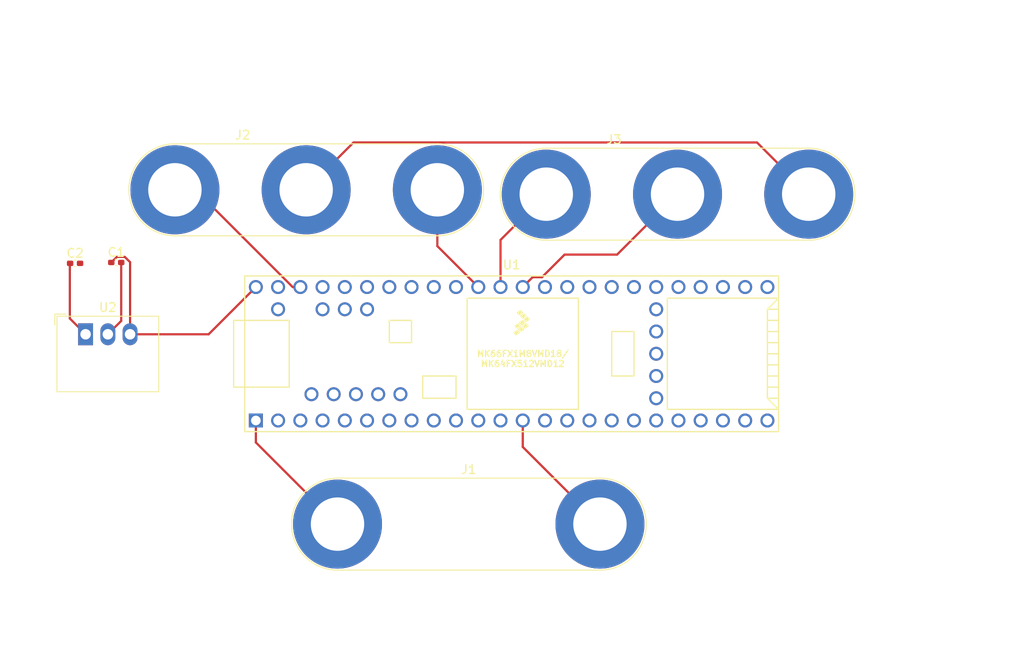
<source format=kicad_pcb>
(kicad_pcb (version 20171130) (host pcbnew "(5.1.9)-1")

  (general
    (thickness 1.6)
    (drawings 5)
    (tracks 33)
    (zones 0)
    (modules 7)
    (nets 47)
  )

  (page A4)
  (layers
    (0 F.Cu signal)
    (31 B.Cu signal)
    (32 B.Adhes user)
    (33 F.Adhes user)
    (34 B.Paste user)
    (35 F.Paste user)
    (36 B.SilkS user)
    (37 F.SilkS user)
    (38 B.Mask user)
    (39 F.Mask user)
    (40 Dwgs.User user)
    (41 Cmts.User user)
    (42 Eco1.User user)
    (43 Eco2.User user)
    (44 Edge.Cuts user)
    (45 Margin user)
    (46 B.CrtYd user)
    (47 F.CrtYd user)
    (48 B.Fab user)
    (49 F.Fab user)
  )

  (setup
    (last_trace_width 0.25)
    (trace_clearance 0.2)
    (zone_clearance 0.508)
    (zone_45_only no)
    (trace_min 0.2)
    (via_size 0.8)
    (via_drill 0.4)
    (via_min_size 0.4)
    (via_min_drill 0.3)
    (uvia_size 0.3)
    (uvia_drill 0.1)
    (uvias_allowed no)
    (uvia_min_size 0.2)
    (uvia_min_drill 0.1)
    (edge_width 0.05)
    (segment_width 0.2)
    (pcb_text_width 0.3)
    (pcb_text_size 1.5 1.5)
    (mod_edge_width 0.12)
    (mod_text_size 1 1)
    (mod_text_width 0.15)
    (pad_size 1.524 1.524)
    (pad_drill 0.762)
    (pad_to_mask_clearance 0)
    (aux_axis_origin 0 0)
    (visible_elements FFFFFF7F)
    (pcbplotparams
      (layerselection 0x010fc_ffffffff)
      (usegerberextensions false)
      (usegerberattributes true)
      (usegerberadvancedattributes true)
      (creategerberjobfile true)
      (excludeedgelayer true)
      (linewidth 0.100000)
      (plotframeref false)
      (viasonmask false)
      (mode 1)
      (useauxorigin false)
      (hpglpennumber 1)
      (hpglpenspeed 20)
      (hpglpendiameter 15.000000)
      (psnegative false)
      (psa4output false)
      (plotreference true)
      (plotvalue true)
      (plotinvisibletext false)
      (padsonsilk false)
      (subtractmaskfromsilk false)
      (outputformat 1)
      (mirror false)
      (drillshape 1)
      (scaleselection 1)
      (outputdirectory ""))
  )

  (net 0 "")
  (net 1 GND)
  (net 2 "Net-(C1-Pad1)")
  (net 3 +9V)
  (net 4 "Net-(J1-Pad2)")
  (net 5 "Net-(J1-Pad1)")
  (net 6 "Net-(J2-Pad2)")
  (net 7 "Net-(J2-Pad3)")
  (net 8 "Net-(J2-Pad1)")
  (net 9 "Net-(J3-Pad2)")
  (net 10 "Net-(J3-Pad1)")
  (net 11 "Net-(U1-Pad39)")
  (net 12 "Net-(U1-Pad38)")
  (net 13 "Net-(U1-Pad2)")
  (net 14 "Net-(U1-Pad3)")
  (net 15 "Net-(U1-Pad4)")
  (net 16 "Net-(U1-Pad5)")
  (net 17 "Net-(U1-Pad6)")
  (net 18 "Net-(U1-Pad9)")
  (net 19 "Net-(U1-Pad10)")
  (net 20 "Net-(U1-Pad11)")
  (net 21 "Net-(U1-Pad12)")
  (net 22 "Net-(U1-Pad37)")
  (net 23 "Net-(U1-Pad36)")
  (net 24 "Net-(U1-Pad35)")
  (net 25 "Net-(U1-Pad34)")
  (net 26 "Net-(U1-Pad33)")
  (net 27 "Net-(U1-Pad32)")
  (net 28 "Net-(U1-Pad31)")
  (net 29 "Net-(U1-Pad30)")
  (net 30 "Net-(U1-Pad29)")
  (net 31 "Net-(U1-Pad28)")
  (net 32 "Net-(U1-Pad27)")
  (net 33 "Net-(U1-Pad26)")
  (net 34 "Net-(U1-Pad25)")
  (net 35 "Net-(U1-Pad24)")
  (net 36 "Net-(U1-Pad23)")
  (net 37 "Net-(U1-Pad22)")
  (net 38 "Net-(U1-Pad21)")
  (net 39 "Net-(U1-Pad20)")
  (net 40 "Net-(U1-Pad19)")
  (net 41 "Net-(U1-Pad18)")
  (net 42 "Net-(U1-Pad17)")
  (net 43 "Net-(U1-Pad7)")
  (net 44 "Net-(U1-Pad8)")
  (net 45 "Net-(U1-Pad52)")
  (net 46 "Net-(U1-Pad40)")

  (net_class Default "This is the default net class."
    (clearance 0.2)
    (trace_width 0.25)
    (via_dia 0.8)
    (via_drill 0.4)
    (uvia_dia 0.3)
    (uvia_drill 0.1)
    (add_net +9V)
    (add_net GND)
    (add_net "Net-(C1-Pad1)")
    (add_net "Net-(J1-Pad1)")
    (add_net "Net-(J1-Pad2)")
    (add_net "Net-(J2-Pad1)")
    (add_net "Net-(J2-Pad2)")
    (add_net "Net-(J2-Pad3)")
    (add_net "Net-(J3-Pad1)")
    (add_net "Net-(J3-Pad2)")
    (add_net "Net-(U1-Pad10)")
    (add_net "Net-(U1-Pad11)")
    (add_net "Net-(U1-Pad12)")
    (add_net "Net-(U1-Pad17)")
    (add_net "Net-(U1-Pad18)")
    (add_net "Net-(U1-Pad19)")
    (add_net "Net-(U1-Pad2)")
    (add_net "Net-(U1-Pad20)")
    (add_net "Net-(U1-Pad21)")
    (add_net "Net-(U1-Pad22)")
    (add_net "Net-(U1-Pad23)")
    (add_net "Net-(U1-Pad24)")
    (add_net "Net-(U1-Pad25)")
    (add_net "Net-(U1-Pad26)")
    (add_net "Net-(U1-Pad27)")
    (add_net "Net-(U1-Pad28)")
    (add_net "Net-(U1-Pad29)")
    (add_net "Net-(U1-Pad3)")
    (add_net "Net-(U1-Pad30)")
    (add_net "Net-(U1-Pad31)")
    (add_net "Net-(U1-Pad32)")
    (add_net "Net-(U1-Pad33)")
    (add_net "Net-(U1-Pad34)")
    (add_net "Net-(U1-Pad35)")
    (add_net "Net-(U1-Pad36)")
    (add_net "Net-(U1-Pad37)")
    (add_net "Net-(U1-Pad38)")
    (add_net "Net-(U1-Pad39)")
    (add_net "Net-(U1-Pad4)")
    (add_net "Net-(U1-Pad40)")
    (add_net "Net-(U1-Pad5)")
    (add_net "Net-(U1-Pad52)")
    (add_net "Net-(U1-Pad6)")
    (add_net "Net-(U1-Pad7)")
    (add_net "Net-(U1-Pad8)")
    (add_net "Net-(U1-Pad9)")
  )

  (module Connector:Banana_Jack_2Pin (layer F.Cu) (tedit 5A1AB217) (tstamp 60BAF428)
    (at 124.97 102.08)
    (descr "Dual banana socket, footprint - 2 x 6mm drills")
    (tags "banana socket")
    (path /60BB4132)
    (fp_text reference J1 (at 14.985 -6.24) (layer F.SilkS)
      (effects (font (size 1 1) (thickness 0.15)))
    )
    (fp_text value "Input Connector" (at 14.985 6.29) (layer F.Fab)
      (effects (font (size 1 1) (thickness 0.15)))
    )
    (fp_arc (start 0 0) (end 0 5.25) (angle 180) (layer F.SilkS) (width 0.12))
    (fp_arc (start 30 0) (end 30 -5.25) (angle 180) (layer F.SilkS) (width 0.12))
    (fp_arc (start 30 0) (end 30 -5.5) (angle 180) (layer F.CrtYd) (width 0.05))
    (fp_arc (start 0 0) (end 0 5.5) (angle 180) (layer F.CrtYd) (width 0.05))
    (fp_text user %R (at 14.985 0) (layer F.Fab)
      (effects (font (size 1 1) (thickness 0.15)))
    )
    (fp_line (start 30 -5.5) (end 0 -5.5) (layer F.CrtYd) (width 0.05))
    (fp_line (start 0 5.5) (end 30 5.5) (layer F.CrtYd) (width 0.05))
    (fp_line (start 0 5.25) (end 30 5.25) (layer F.SilkS) (width 0.12))
    (fp_line (start 30 -5.25) (end 0 -5.25) (layer F.SilkS) (width 0.12))
    (fp_circle (center 30 0) (end 32 0) (layer F.Fab) (width 0.1))
    (fp_circle (center 0 0) (end 2 0) (layer F.Fab) (width 0.1))
    (fp_circle (center 0 0) (end 4.75 0) (layer F.Fab) (width 0.1))
    (fp_circle (center 30 0) (end 34.75 0) (layer F.Fab) (width 0.1))
    (pad 2 thru_hole circle (at 29.97 0) (size 10.16 10.16) (drill 6.1) (layers *.Cu *.Mask)
      (net 4 "Net-(J1-Pad2)"))
    (pad 1 thru_hole circle (at 0 0) (size 10.16 10.16) (drill 6.1) (layers *.Cu *.Mask)
      (net 5 "Net-(J1-Pad1)"))
    (model ${KISYS3DMOD}/Connector.3dshapes/Banana_Jack_2Pin.wrl
      (offset (xyz 14.98599977493286 0 0))
      (scale (xyz 2 2 2))
      (rotate (xyz 0 0 0))
    )
  )

  (module Converter_DCDC:Converter_DCDC_RECOM_R-78B-2.0_THT (layer F.Cu) (tedit 5B741BB0) (tstamp 60BAF4E0)
    (at 96.2 80.4)
    (descr "DCDC-Converter, RECOM, RECOM_R-78B-2.0, SIP-3, pitch 2.54mm, package size 11.5x8.5x17.5mm^3, https://www.recom-power.com/pdf/Innoline/R-78Bxx-2.0.pdf")
    (tags "dc-dc recom buck sip-3 pitch 2.54mm")
    (path /609C56B8)
    (fp_text reference U2 (at 2.54 -3.06) (layer F.SilkS)
      (effects (font (size 1 1) (thickness 0.15)))
    )
    (fp_text value R-78B5.0-2.0 (at 2.54 7.5) (layer F.Fab)
      (effects (font (size 1 1) (thickness 0.15)))
    )
    (fp_text user %R (at 2.54 2.25) (layer F.Fab)
      (effects (font (size 1 1) (thickness 0.15)))
    )
    (fp_line (start -2.21 -2) (end 8.29 -2) (layer F.Fab) (width 0.1))
    (fp_line (start 8.29 -2) (end 8.29 6.5) (layer F.Fab) (width 0.1))
    (fp_line (start 8.29 6.5) (end -3.21 6.5) (layer F.Fab) (width 0.1))
    (fp_line (start -3.21 6.5) (end -3.21 -1) (layer F.Fab) (width 0.1))
    (fp_line (start -3.21 -1) (end -2.21 -2) (layer F.Fab) (width 0.1))
    (fp_line (start -3.27 -2.06) (end 8.35 -2.06) (layer F.SilkS) (width 0.12))
    (fp_line (start -3.27 6.56) (end 8.35 6.56) (layer F.SilkS) (width 0.12))
    (fp_line (start -3.27 -2.06) (end -3.27 6.56) (layer F.SilkS) (width 0.12))
    (fp_line (start 8.35 -2.06) (end 8.35 6.56) (layer F.SilkS) (width 0.12))
    (fp_line (start -3.51 -1.06) (end -3.51 -2.3) (layer F.SilkS) (width 0.12))
    (fp_line (start -3.51 -2.3) (end -2.27 -2.3) (layer F.SilkS) (width 0.12))
    (fp_line (start -3.46 -2.25) (end -3.46 6.75) (layer F.CrtYd) (width 0.05))
    (fp_line (start -3.46 6.75) (end 8.54 6.75) (layer F.CrtYd) (width 0.05))
    (fp_line (start 8.54 6.75) (end 8.54 -2.25) (layer F.CrtYd) (width 0.05))
    (fp_line (start 8.54 -2.25) (end -3.46 -2.25) (layer F.CrtYd) (width 0.05))
    (pad 3 thru_hole oval (at 5.08 0) (size 1.7 2.5) (drill 1.2) (layers *.Cu *.Mask)
      (net 2 "Net-(C1-Pad1)"))
    (pad 2 thru_hole oval (at 2.54 0) (size 1.7 2.5) (drill 1.2) (layers *.Cu *.Mask)
      (net 1 GND))
    (pad 1 thru_hole rect (at 0 0) (size 1.7 2.5) (drill 1.2) (layers *.Cu *.Mask)
      (net 3 +9V))
    (model ${KISYS3DMOD}/Converter_DCDC.3dshapes/Converter_DCDC_RECOM_R-78B-2.0_THT.wrl
      (at (xyz 0 0 0))
      (scale (xyz 1 1 1))
      (rotate (xyz 0 0 0))
    )
  )

  (module CAD1:Teensy35_36 (layer F.Cu) (tedit 60BA97F9) (tstamp 60BAF4C9)
    (at 144.855001 82.625001)
    (path /609AEE38)
    (fp_text reference U1 (at 0 -10.16) (layer F.SilkS)
      (effects (font (size 1 1) (thickness 0.15)))
    )
    (fp_text value Teensy (at 0 10.16) (layer F.Fab)
      (effects (font (size 1 1) (thickness 0.15)))
    )
    (fp_text user MK64FX512VMD12 (at 1.27 1.143) (layer F.SilkS)
      (effects (font (size 0.7 0.7) (thickness 0.15)))
    )
    (fp_text user MK66FX1MBVMD18/ (at 1.27 0) (layer F.SilkS)
      (effects (font (size 0.7 0.7) (thickness 0.15)))
    )
    (fp_line (start -13.97 -3.81) (end -13.97 -1.27) (layer F.SilkS) (width 0.15))
    (fp_line (start -13.97 -1.27) (end -11.43 -1.27) (layer F.SilkS) (width 0.15))
    (fp_line (start -11.43 -1.27) (end -11.43 -3.81) (layer F.SilkS) (width 0.15))
    (fp_line (start -11.43 -3.81) (end -13.97 -3.81) (layer F.SilkS) (width 0.15))
    (fp_line (start -6.35 5.08) (end -10.16 5.08) (layer F.SilkS) (width 0.15))
    (fp_line (start -10.16 5.08) (end -10.16 2.54) (layer F.SilkS) (width 0.15))
    (fp_line (start -10.16 2.54) (end -6.35 2.54) (layer F.SilkS) (width 0.15))
    (fp_line (start -6.35 2.54) (end -6.35 5.08) (layer F.SilkS) (width 0.15))
    (fp_line (start 7.62 6.35) (end 7.62 -6.35) (layer F.SilkS) (width 0.15))
    (fp_line (start -5.08 -6.35) (end -5.08 6.35) (layer F.SilkS) (width 0.15))
    (fp_line (start -5.08 6.35) (end 7.62 6.35) (layer F.SilkS) (width 0.15))
    (fp_line (start -5.08 -6.35) (end 7.62 -6.35) (layer F.SilkS) (width 0.15))
    (fp_line (start 29.21 5.08) (end 30.48 5.08) (layer F.SilkS) (width 0.15))
    (fp_line (start 29.21 3.81) (end 30.48 3.81) (layer F.SilkS) (width 0.15))
    (fp_line (start 29.21 2.54) (end 30.48 2.54) (layer F.SilkS) (width 0.15))
    (fp_line (start 29.21 1.27) (end 30.48 1.27) (layer F.SilkS) (width 0.15))
    (fp_line (start 29.21 0) (end 30.48 0) (layer F.SilkS) (width 0.15))
    (fp_line (start 29.21 -1.27) (end 30.48 -1.27) (layer F.SilkS) (width 0.15))
    (fp_line (start 29.21 -2.54) (end 30.48 -2.54) (layer F.SilkS) (width 0.15))
    (fp_line (start 29.21 -3.81) (end 30.48 -3.81) (layer F.SilkS) (width 0.15))
    (fp_line (start 29.21 -5.08) (end 30.48 -5.08) (layer F.SilkS) (width 0.15))
    (fp_line (start 30.48 6.35) (end 29.21 5.08) (layer F.SilkS) (width 0.15))
    (fp_line (start 29.21 5.08) (end 29.21 -5.08) (layer F.SilkS) (width 0.15))
    (fp_line (start 29.21 -5.08) (end 30.48 -6.35) (layer F.SilkS) (width 0.15))
    (fp_line (start 30.48 -6.35) (end 17.78 -6.35) (layer F.SilkS) (width 0.15))
    (fp_line (start 17.78 -6.35) (end 17.78 6.35) (layer F.SilkS) (width 0.15))
    (fp_line (start 17.78 6.35) (end 30.48 6.35) (layer F.SilkS) (width 0.15))
    (fp_line (start 30.48 -8.89) (end -30.48 -8.89) (layer F.SilkS) (width 0.15))
    (fp_line (start -30.48 8.89) (end 30.48 8.89) (layer F.SilkS) (width 0.15))
    (fp_line (start -30.48 3.81) (end -31.75 3.81) (layer F.SilkS) (width 0.15))
    (fp_line (start -31.75 3.81) (end -31.75 -3.81) (layer F.SilkS) (width 0.15))
    (fp_line (start -31.75 -3.81) (end -30.48 -3.81) (layer F.SilkS) (width 0.15))
    (fp_line (start -25.4 3.81) (end -25.4 -3.81) (layer F.SilkS) (width 0.15))
    (fp_line (start -25.4 -3.81) (end -30.48 -3.81) (layer F.SilkS) (width 0.15))
    (fp_line (start -25.4 3.81) (end -30.48 3.81) (layer F.SilkS) (width 0.15))
    (fp_line (start 13.97 -2.54) (end 13.97 2.54) (layer F.SilkS) (width 0.15))
    (fp_line (start 13.97 2.54) (end 11.43 2.54) (layer F.SilkS) (width 0.15))
    (fp_line (start 11.43 2.54) (end 11.43 -2.54) (layer F.SilkS) (width 0.15))
    (fp_line (start 11.43 -2.54) (end 13.97 -2.54) (layer F.SilkS) (width 0.15))
    (fp_line (start 30.48 -8.89) (end 30.48 8.89) (layer F.SilkS) (width 0.15))
    (fp_line (start -30.48 8.89) (end -30.48 -8.89) (layer F.SilkS) (width 0.15))
    (fp_poly (pts (xy 1.016 -4.953) (xy 1.27 -4.699) (xy 0.889 -4.445) (xy 0.635 -4.699)) (layer F.SilkS) (width 0.1))
    (fp_poly (pts (xy 0.762 -3.429) (xy 1.016 -3.175) (xy 0.635 -2.921) (xy 0.381 -3.175)) (layer F.SilkS) (width 0.1))
    (fp_poly (pts (xy 0.635 -2.667) (xy 0.889 -2.413) (xy 0.508 -2.159) (xy 0.254 -2.413)) (layer F.SilkS) (width 0.1))
    (fp_poly (pts (xy 1.778 -4.191) (xy 2.032 -3.937) (xy 1.651 -3.683) (xy 1.397 -3.937)) (layer F.SilkS) (width 0.1))
    (fp_poly (pts (xy 1.143 -3.048) (xy 1.397 -2.794) (xy 1.016 -2.54) (xy 0.762 -2.794)) (layer F.SilkS) (width 0.1))
    (fp_poly (pts (xy 1.651 -3.429) (xy 1.905 -3.175) (xy 1.524 -2.921) (xy 1.27 -3.175)) (layer F.SilkS) (width 0.1))
    (fp_poly (pts (xy 1.397 -4.572) (xy 1.651 -4.318) (xy 1.27 -4.064) (xy 1.016 -4.318)) (layer F.SilkS) (width 0.1))
    (fp_poly (pts (xy 1.27 -3.81) (xy 1.524 -3.556) (xy 1.143 -3.302) (xy 0.889 -3.556)) (layer F.SilkS) (width 0.1))
    (pad 62 thru_hole circle (at -12.7 4.62) (size 1.6 1.6) (drill 1.1) (layers *.Cu *.Mask))
    (pad 61 thru_hole circle (at -15.24 4.62) (size 1.6 1.6) (drill 1.1) (layers *.Cu *.Mask))
    (pad 60 thru_hole circle (at -17.78 4.62) (size 1.6 1.6) (drill 1.1) (layers *.Cu *.Mask))
    (pad 59 thru_hole circle (at -20.32 4.62) (size 1.6 1.6) (drill 1.1) (layers *.Cu *.Mask))
    (pad 58 thru_hole circle (at -22.86 4.62) (size 1.6 1.6) (drill 1.1) (layers *.Cu *.Mask))
    (pad 57 thru_hole circle (at -16.51 -5.08) (size 1.6 1.6) (drill 1.1) (layers *.Cu *.Mask))
    (pad 56 thru_hole circle (at -19.05 -5.08) (size 1.6 1.6) (drill 1.1) (layers *.Cu *.Mask))
    (pad 55 thru_hole circle (at -21.59 -5.08) (size 1.6 1.6) (drill 1.1) (layers *.Cu *.Mask))
    (pad 54 thru_hole circle (at -26.67 -5.08) (size 1.6 1.6) (drill 1.1) (layers *.Cu *.Mask))
    (pad 53 thru_hole circle (at -29.21 -7.62) (size 1.6 1.6) (drill 1.1) (layers *.Cu *.Mask)
      (net 2 "Net-(C1-Pad1)"))
    (pad 52 thru_hole circle (at -26.67 -7.62) (size 1.6 1.6) (drill 1.1) (layers *.Cu *.Mask)
      (net 45 "Net-(U1-Pad52)"))
    (pad 51 thru_hole circle (at -24.13 -7.62) (size 1.6 1.6) (drill 1.1) (layers *.Cu *.Mask)
      (net 8 "Net-(J2-Pad1)"))
    (pad 50 thru_hole circle (at -21.59 -7.62) (size 1.6 1.6) (drill 1.1) (layers *.Cu *.Mask))
    (pad 49 thru_hole circle (at -19.05 -7.62) (size 1.6 1.6) (drill 1.1) (layers *.Cu *.Mask))
    (pad 48 thru_hole circle (at -16.51 -7.62) (size 1.6 1.6) (drill 1.1) (layers *.Cu *.Mask))
    (pad 47 thru_hole circle (at -13.97 -7.62) (size 1.6 1.6) (drill 1.1) (layers *.Cu *.Mask))
    (pad 46 thru_hole circle (at -11.43 -7.62) (size 1.6 1.6) (drill 1.1) (layers *.Cu *.Mask))
    (pad 45 thru_hole circle (at -8.89 -7.62) (size 1.6 1.6) (drill 1.1) (layers *.Cu *.Mask))
    (pad 44 thru_hole circle (at -6.35 -7.62) (size 1.6 1.6) (drill 1.1) (layers *.Cu *.Mask))
    (pad 43 thru_hole circle (at -3.81 -7.62) (size 1.6 1.6) (drill 1.1) (layers *.Cu *.Mask)
      (net 7 "Net-(J2-Pad3)"))
    (pad 42 thru_hole circle (at -1.27 -7.62) (size 1.6 1.6) (drill 1.1) (layers *.Cu *.Mask)
      (net 10 "Net-(J3-Pad1)"))
    (pad 41 thru_hole circle (at 1.27 -7.62) (size 1.6 1.6) (drill 1.1) (layers *.Cu *.Mask)
      (net 9 "Net-(J3-Pad2)"))
    (pad 40 thru_hole circle (at 3.81 -7.62) (size 1.6 1.6) (drill 1.1) (layers *.Cu *.Mask)
      (net 46 "Net-(U1-Pad40)"))
    (pad 39 thru_hole circle (at 6.35 -7.62) (size 1.6 1.6) (drill 1.1) (layers *.Cu *.Mask)
      (net 11 "Net-(U1-Pad39)"))
    (pad 38 thru_hole circle (at 8.89 -7.62) (size 1.6 1.6) (drill 1.1) (layers *.Cu *.Mask)
      (net 12 "Net-(U1-Pad38)"))
    (pad 1 thru_hole rect (at -29.21 7.62) (size 1.6 1.6) (drill 1.1) (layers *.Cu *.Mask)
      (net 5 "Net-(J1-Pad1)"))
    (pad 2 thru_hole circle (at -26.67 7.62) (size 1.6 1.6) (drill 1.1) (layers *.Cu *.Mask)
      (net 13 "Net-(U1-Pad2)"))
    (pad 3 thru_hole circle (at -24.13 7.62) (size 1.6 1.6) (drill 1.1) (layers *.Cu *.Mask)
      (net 14 "Net-(U1-Pad3)"))
    (pad 4 thru_hole circle (at -21.59 7.62) (size 1.6 1.6) (drill 1.1) (layers *.Cu *.Mask)
      (net 15 "Net-(U1-Pad4)"))
    (pad 5 thru_hole circle (at -19.05 7.62) (size 1.6 1.6) (drill 1.1) (layers *.Cu *.Mask)
      (net 16 "Net-(U1-Pad5)"))
    (pad 6 thru_hole circle (at -16.51 7.62) (size 1.6 1.6) (drill 1.1) (layers *.Cu *.Mask)
      (net 17 "Net-(U1-Pad6)"))
    (pad 7 thru_hole circle (at -13.97 7.62) (size 1.6 1.6) (drill 1.1) (layers *.Cu *.Mask)
      (net 43 "Net-(U1-Pad7)"))
    (pad 8 thru_hole circle (at -11.43 7.62) (size 1.6 1.6) (drill 1.1) (layers *.Cu *.Mask)
      (net 44 "Net-(U1-Pad8)"))
    (pad 9 thru_hole circle (at -8.89 7.62) (size 1.6 1.6) (drill 1.1) (layers *.Cu *.Mask)
      (net 18 "Net-(U1-Pad9)"))
    (pad 10 thru_hole circle (at -6.35 7.62) (size 1.6 1.6) (drill 1.1) (layers *.Cu *.Mask)
      (net 19 "Net-(U1-Pad10)"))
    (pad 11 thru_hole circle (at -3.81 7.62) (size 1.6 1.6) (drill 1.1) (layers *.Cu *.Mask)
      (net 20 "Net-(U1-Pad11)"))
    (pad 12 thru_hole circle (at -1.27 7.62) (size 1.6 1.6) (drill 1.1) (layers *.Cu *.Mask)
      (net 21 "Net-(U1-Pad12)"))
    (pad 13 thru_hole circle (at 1.27 7.62) (size 1.6 1.6) (drill 1.1) (layers *.Cu *.Mask)
      (net 4 "Net-(J1-Pad2)"))
    (pad 37 thru_hole circle (at 11.43 -7.62) (size 1.6 1.6) (drill 1.1) (layers *.Cu *.Mask)
      (net 22 "Net-(U1-Pad37)"))
    (pad 36 thru_hole circle (at 13.97 -7.62) (size 1.6 1.6) (drill 1.1) (layers *.Cu *.Mask)
      (net 23 "Net-(U1-Pad36)"))
    (pad 35 thru_hole circle (at 16.51 -7.62) (size 1.6 1.6) (drill 1.1) (layers *.Cu *.Mask)
      (net 24 "Net-(U1-Pad35)"))
    (pad 34 thru_hole circle (at 19.05 -7.62) (size 1.6 1.6) (drill 1.1) (layers *.Cu *.Mask)
      (net 25 "Net-(U1-Pad34)"))
    (pad 33 thru_hole circle (at 21.59 -7.62) (size 1.6 1.6) (drill 1.1) (layers *.Cu *.Mask)
      (net 26 "Net-(U1-Pad33)"))
    (pad 32 thru_hole circle (at 24.13 -7.62) (size 1.6 1.6) (drill 1.1) (layers *.Cu *.Mask)
      (net 27 "Net-(U1-Pad32)"))
    (pad 31 thru_hole circle (at 26.67 -7.62) (size 1.6 1.6) (drill 1.1) (layers *.Cu *.Mask)
      (net 28 "Net-(U1-Pad31)"))
    (pad 30 thru_hole circle (at 29.21 -7.62) (size 1.6 1.6) (drill 1.1) (layers *.Cu *.Mask)
      (net 29 "Net-(U1-Pad30)"))
    (pad 29 thru_hole circle (at 16.51 -5.08) (size 1.6 1.6) (drill 1.1) (layers *.Cu *.Mask)
      (net 30 "Net-(U1-Pad29)"))
    (pad 28 thru_hole circle (at 16.51 -2.54) (size 1.6 1.6) (drill 1.1) (layers *.Cu *.Mask)
      (net 31 "Net-(U1-Pad28)"))
    (pad 27 thru_hole circle (at 16.51 0) (size 1.6 1.6) (drill 1.1) (layers *.Cu *.Mask)
      (net 32 "Net-(U1-Pad27)"))
    (pad 26 thru_hole circle (at 16.51 2.54) (size 1.6 1.6) (drill 1.1) (layers *.Cu *.Mask)
      (net 33 "Net-(U1-Pad26)"))
    (pad 25 thru_hole circle (at 16.51 5.08) (size 1.6 1.6) (drill 1.1) (layers *.Cu *.Mask)
      (net 34 "Net-(U1-Pad25)"))
    (pad 24 thru_hole circle (at 29.21 7.62) (size 1.6 1.6) (drill 1.1) (layers *.Cu *.Mask)
      (net 35 "Net-(U1-Pad24)"))
    (pad 23 thru_hole circle (at 26.67 7.62) (size 1.6 1.6) (drill 1.1) (layers *.Cu *.Mask)
      (net 36 "Net-(U1-Pad23)"))
    (pad 22 thru_hole circle (at 24.13 7.62) (size 1.6 1.6) (drill 1.1) (layers *.Cu *.Mask)
      (net 37 "Net-(U1-Pad22)"))
    (pad 21 thru_hole circle (at 21.59 7.62) (size 1.6 1.6) (drill 1.1) (layers *.Cu *.Mask)
      (net 38 "Net-(U1-Pad21)"))
    (pad 14 thru_hole circle (at 3.81 7.62) (size 1.6 1.6) (drill 1.1) (layers *.Cu *.Mask))
    (pad 15 thru_hole circle (at 6.35 7.62) (size 1.6 1.6) (drill 1.1) (layers *.Cu *.Mask))
    (pad 16 thru_hole circle (at 8.89 7.62) (size 1.6 1.6) (drill 1.1) (layers *.Cu *.Mask))
    (pad 20 thru_hole circle (at 19.05 7.62) (size 1.6 1.6) (drill 1.1) (layers *.Cu *.Mask)
      (net 39 "Net-(U1-Pad20)"))
    (pad 19 thru_hole circle (at 16.51 7.62) (size 1.6 1.6) (drill 1.1) (layers *.Cu *.Mask)
      (net 40 "Net-(U1-Pad19)"))
    (pad 18 thru_hole circle (at 13.97 7.62) (size 1.6 1.6) (drill 1.1) (layers *.Cu *.Mask)
      (net 41 "Net-(U1-Pad18)"))
    (pad 17 thru_hole circle (at 11.43 7.62) (size 1.6 1.6) (drill 1.1) (layers *.Cu *.Mask)
      (net 42 "Net-(U1-Pad17)"))
    (model ${KICAD_USER_DIR}/teensy.pretty/Teensy_3.5_3.6_Assembly.STEP
      (offset (xyz -30.48 0 0))
      (scale (xyz 1 1 1))
      (rotate (xyz 0 0 0))
    )
  )

  (module Connector:Banana_Jack_3Pin (layer F.Cu) (tedit 5A1AB217) (tstamp 60BAF454)
    (at 148.81 64.4)
    (descr "Triple banana socket, footprint - 3 x 6mm drills")
    (tags "banana socket")
    (path /60BB33C0)
    (fp_text reference J3 (at 7.75 -6.25) (layer F.SilkS)
      (effects (font (size 1 1) (thickness 0.15)))
    )
    (fp_text value "Connector for DC" (at 22.5 -6.25) (layer F.Fab)
      (effects (font (size 1 1) (thickness 0.15)))
    )
    (fp_arc (start 0 0) (end 0 5.25) (angle 180) (layer F.SilkS) (width 0.12))
    (fp_arc (start 30 0) (end 30 -5.25) (angle 180) (layer F.SilkS) (width 0.12))
    (fp_arc (start 30 0) (end 30 -5.5) (angle 180) (layer F.CrtYd) (width 0.05))
    (fp_arc (start 0 0) (end 0 5.5) (angle 180) (layer F.CrtYd) (width 0.05))
    (fp_text user %R (at 14.99 0) (layer F.Fab)
      (effects (font (size 0.8 0.8) (thickness 0.12)))
    )
    (fp_line (start 30 5.5) (end 0 5.5) (layer F.CrtYd) (width 0.05))
    (fp_line (start 0 -5.5) (end 30 -5.5) (layer F.CrtYd) (width 0.05))
    (fp_line (start 0 5.25) (end 30 5.25) (layer F.SilkS) (width 0.12))
    (fp_line (start 30 -5.25) (end 0 -5.25) (layer F.SilkS) (width 0.12))
    (fp_circle (center 30 0) (end 30 -2) (layer F.Fab) (width 0.1))
    (fp_circle (center 30 0) (end 30 -4.75) (layer F.Fab) (width 0.1))
    (fp_circle (center 15 0) (end 19.75 0) (layer F.Fab) (width 0.1))
    (fp_circle (center 15 0) (end 17 0) (layer F.Fab) (width 0.1))
    (fp_circle (center 0 0) (end 4.75 0) (layer F.Fab) (width 0.1))
    (fp_circle (center 0 0) (end 2 0) (layer F.Fab) (width 0.1))
    (pad 2 thru_hole circle (at 14.99 0) (size 10.16 10.16) (drill 6.1) (layers *.Cu *.Mask)
      (net 9 "Net-(J3-Pad2)"))
    (pad 3 thru_hole circle (at 29.97 0) (size 10.16 10.16) (drill 6.1) (layers *.Cu *.Mask)
      (net 6 "Net-(J2-Pad2)"))
    (pad 1 thru_hole circle (at 0 0) (size 10.16 10.16) (drill 6.1) (layers *.Cu *.Mask)
      (net 10 "Net-(J3-Pad1)"))
    (model ${KISYS3DMOD}/Connector.3dshapes/Banana_Jack_3Pin.wrl
      (offset (xyz 14.9999997746626 0 0))
      (scale (xyz 2 2 2))
      (rotate (xyz 0 0 0))
    )
  )

  (module Connector:Banana_Jack_3Pin (layer F.Cu) (tedit 5A1AB217) (tstamp 60BAF43E)
    (at 106.4 63.9)
    (descr "Triple banana socket, footprint - 3 x 6mm drills")
    (tags "banana socket")
    (path /60BAFD61)
    (fp_text reference J2 (at 7.75 -6.25) (layer F.SilkS)
      (effects (font (size 1 1) (thickness 0.15)))
    )
    (fp_text value "Connector for Servo" (at 22.5 -6.25) (layer F.Fab)
      (effects (font (size 1 1) (thickness 0.15)))
    )
    (fp_arc (start 0 0) (end 0 5.25) (angle 180) (layer F.SilkS) (width 0.12))
    (fp_arc (start 30 0) (end 30 -5.25) (angle 180) (layer F.SilkS) (width 0.12))
    (fp_arc (start 30 0) (end 30 -5.5) (angle 180) (layer F.CrtYd) (width 0.05))
    (fp_arc (start 0 0) (end 0 5.5) (angle 180) (layer F.CrtYd) (width 0.05))
    (fp_text user %R (at 14.99 0) (layer F.Fab)
      (effects (font (size 0.8 0.8) (thickness 0.12)))
    )
    (fp_line (start 30 5.5) (end 0 5.5) (layer F.CrtYd) (width 0.05))
    (fp_line (start 0 -5.5) (end 30 -5.5) (layer F.CrtYd) (width 0.05))
    (fp_line (start 0 5.25) (end 30 5.25) (layer F.SilkS) (width 0.12))
    (fp_line (start 30 -5.25) (end 0 -5.25) (layer F.SilkS) (width 0.12))
    (fp_circle (center 30 0) (end 30 -2) (layer F.Fab) (width 0.1))
    (fp_circle (center 30 0) (end 30 -4.75) (layer F.Fab) (width 0.1))
    (fp_circle (center 15 0) (end 19.75 0) (layer F.Fab) (width 0.1))
    (fp_circle (center 15 0) (end 17 0) (layer F.Fab) (width 0.1))
    (fp_circle (center 0 0) (end 4.75 0) (layer F.Fab) (width 0.1))
    (fp_circle (center 0 0) (end 2 0) (layer F.Fab) (width 0.1))
    (pad 2 thru_hole circle (at 14.99 0) (size 10.16 10.16) (drill 6.1) (layers *.Cu *.Mask)
      (net 6 "Net-(J2-Pad2)"))
    (pad 3 thru_hole circle (at 29.97 0) (size 10.16 10.16) (drill 6.1) (layers *.Cu *.Mask)
      (net 7 "Net-(J2-Pad3)"))
    (pad 1 thru_hole circle (at 0 0) (size 10.16 10.16) (drill 6.1) (layers *.Cu *.Mask)
      (net 8 "Net-(J2-Pad1)"))
    (model ${KISYS3DMOD}/Connector.3dshapes/Banana_Jack_3Pin.wrl
      (offset (xyz 14.9999997746626 0 0))
      (scale (xyz 2 2 2))
      (rotate (xyz 0 0 0))
    )
  )

  (module Capacitor_SMD:C_0402_1005Metric_Pad0.74x0.62mm_HandSolder (layer F.Cu) (tedit 5F6BB22C) (tstamp 60BAF415)
    (at 95 72.3)
    (descr "Capacitor SMD 0402 (1005 Metric), square (rectangular) end terminal, IPC_7351 nominal with elongated pad for handsoldering. (Body size source: IPC-SM-782 page 76, https://www.pcb-3d.com/wordpress/wp-content/uploads/ipc-sm-782a_amendment_1_and_2.pdf), generated with kicad-footprint-generator")
    (tags "capacitor handsolder")
    (path /60BCF697)
    (attr smd)
    (fp_text reference C2 (at 0 -1.16) (layer F.SilkS)
      (effects (font (size 1 1) (thickness 0.15)))
    )
    (fp_text value 1u (at 0 1.16) (layer F.Fab)
      (effects (font (size 1 1) (thickness 0.15)))
    )
    (fp_text user %R (at 0.024999 1.554999) (layer F.Fab)
      (effects (font (size 0.25 0.25) (thickness 0.04)))
    )
    (fp_line (start -0.5 0.25) (end -0.5 -0.25) (layer F.Fab) (width 0.1))
    (fp_line (start -0.5 -0.25) (end 0.5 -0.25) (layer F.Fab) (width 0.1))
    (fp_line (start 0.5 -0.25) (end 0.5 0.25) (layer F.Fab) (width 0.1))
    (fp_line (start 0.5 0.25) (end -0.5 0.25) (layer F.Fab) (width 0.1))
    (fp_line (start -0.115835 -0.36) (end 0.115835 -0.36) (layer F.SilkS) (width 0.12))
    (fp_line (start -0.115835 0.36) (end 0.115835 0.36) (layer F.SilkS) (width 0.12))
    (fp_line (start -1.08 0.46) (end -1.08 -0.46) (layer F.CrtYd) (width 0.05))
    (fp_line (start -1.08 -0.46) (end 1.08 -0.46) (layer F.CrtYd) (width 0.05))
    (fp_line (start 1.08 -0.46) (end 1.08 0.46) (layer F.CrtYd) (width 0.05))
    (fp_line (start 1.08 0.46) (end -1.08 0.46) (layer F.CrtYd) (width 0.05))
    (pad 2 smd roundrect (at 0.5675 0) (size 0.735 0.62) (layers F.Cu F.Paste F.Mask) (roundrect_rratio 0.25)
      (net 1 GND))
    (pad 1 smd roundrect (at -0.5675 0) (size 0.735 0.62) (layers F.Cu F.Paste F.Mask) (roundrect_rratio 0.25)
      (net 3 +9V))
    (model ${KISYS3DMOD}/Capacitor_SMD.3dshapes/C_0402_1005Metric.wrl
      (at (xyz 0 0 0))
      (scale (xyz 1 1 1))
      (rotate (xyz 0 0 0))
    )
  )

  (module Capacitor_SMD:C_0402_1005Metric_Pad0.74x0.62mm_HandSolder (layer F.Cu) (tedit 5F6BB22C) (tstamp 60BAF404)
    (at 99.7 72.2)
    (descr "Capacitor SMD 0402 (1005 Metric), square (rectangular) end terminal, IPC_7351 nominal with elongated pad for handsoldering. (Body size source: IPC-SM-782 page 76, https://www.pcb-3d.com/wordpress/wp-content/uploads/ipc-sm-782a_amendment_1_and_2.pdf), generated with kicad-footprint-generator")
    (tags "capacitor handsolder")
    (path /60BC79EB)
    (attr smd)
    (fp_text reference C1 (at 0 -1.16) (layer F.SilkS)
      (effects (font (size 1 1) (thickness 0.15)))
    )
    (fp_text value 1u (at 0 1.16) (layer F.Fab)
      (effects (font (size 1 1) (thickness 0.15)))
    )
    (fp_text user %R (at 0 0) (layer F.Fab)
      (effects (font (size 0.25 0.25) (thickness 0.04)))
    )
    (fp_line (start -0.5 0.25) (end -0.5 -0.25) (layer F.Fab) (width 0.1))
    (fp_line (start -0.5 -0.25) (end 0.5 -0.25) (layer F.Fab) (width 0.1))
    (fp_line (start 0.5 -0.25) (end 0.5 0.25) (layer F.Fab) (width 0.1))
    (fp_line (start 0.5 0.25) (end -0.5 0.25) (layer F.Fab) (width 0.1))
    (fp_line (start -0.115835 -0.36) (end 0.115835 -0.36) (layer F.SilkS) (width 0.12))
    (fp_line (start -0.115835 0.36) (end 0.115835 0.36) (layer F.SilkS) (width 0.12))
    (fp_line (start -1.08 0.46) (end -1.08 -0.46) (layer F.CrtYd) (width 0.05))
    (fp_line (start -1.08 -0.46) (end 1.08 -0.46) (layer F.CrtYd) (width 0.05))
    (fp_line (start 1.08 -0.46) (end 1.08 0.46) (layer F.CrtYd) (width 0.05))
    (fp_line (start 1.08 0.46) (end -1.08 0.46) (layer F.CrtYd) (width 0.05))
    (pad 2 smd roundrect (at 0.5675 0) (size 0.735 0.62) (layers F.Cu F.Paste F.Mask) (roundrect_rratio 0.25)
      (net 1 GND))
    (pad 1 smd roundrect (at -0.5675 0) (size 0.735 0.62) (layers F.Cu F.Paste F.Mask) (roundrect_rratio 0.25)
      (net 2 "Net-(C1-Pad1)"))
    (model ${KISYS3DMOD}/Capacitor_SMD.3dshapes/C_0402_1005Metric.wrl
      (at (xyz 0 0 0))
      (scale (xyz 1 1 1))
      (rotate (xyz 0 0 0))
    )
  )

  (gr_line (start 87.6 113.5) (end 202.5 112.7) (layer Dwgs.User) (width 0.15))
  (gr_line (start 87.1 42.3) (end 86.5 48.9) (layer Dwgs.User) (width 0.15))
  (gr_line (start 203.3 43.4) (end 87.1 42.3) (layer Dwgs.User) (width 0.15))
  (gr_line (start 202.5 117.3) (end 203.3 43.4) (layer Dwgs.User) (width 0.15))
  (gr_line (start 86.8 46) (end 87.6 118.1) (layer Dwgs.User) (width 0.15))

  (segment (start 148.665001 90.734999) (end 148.665001 90.245001) (width 0.25) (layer F.Cu) (net 0))
  (segment (start 100.2675 78.8725) (end 98.74 80.4) (width 0.25) (layer F.Cu) (net 1))
  (segment (start 100.2675 72.2) (end 100.2675 78.8725) (width 0.25) (layer F.Cu) (net 1))
  (segment (start 110.250002 80.4) (end 115.645001 75.005001) (width 0.25) (layer F.Cu) (net 2))
  (segment (start 101.28 80.4) (end 110.250002 80.4) (width 0.25) (layer F.Cu) (net 2))
  (segment (start 101.28 72.166162) (end 101.28 80.4) (width 0.25) (layer F.Cu) (net 2))
  (segment (start 100.678828 71.56499) (end 101.28 72.166162) (width 0.25) (layer F.Cu) (net 2))
  (segment (start 99.76751 71.56499) (end 100.678828 71.56499) (width 0.25) (layer F.Cu) (net 2))
  (segment (start 99.1325 72.2) (end 99.76751 71.56499) (width 0.25) (layer F.Cu) (net 2))
  (segment (start 96.2 80.4) (end 94.4 78.6) (width 0.25) (layer F.Cu) (net 3))
  (segment (start 94.4 72.3325) (end 94.4325 72.3) (width 0.25) (layer F.Cu) (net 3))
  (segment (start 94.4 78.6) (end 94.4 72.3325) (width 0.25) (layer F.Cu) (net 3))
  (segment (start 146.125001 93.265001) (end 154.94 102.08) (width 0.25) (layer F.Cu) (net 4))
  (segment (start 146.125001 90.245001) (end 146.125001 93.265001) (width 0.25) (layer F.Cu) (net 4))
  (segment (start 115.645001 92.755001) (end 124.97 102.08) (width 0.25) (layer F.Cu) (net 5))
  (segment (start 115.645001 90.245001) (end 115.645001 92.755001) (width 0.25) (layer F.Cu) (net 5))
  (segment (start 172.874999 58.494999) (end 178.78 64.4) (width 0.25) (layer F.Cu) (net 6))
  (segment (start 126.795001 58.494999) (end 172.874999 58.494999) (width 0.25) (layer F.Cu) (net 6))
  (segment (start 121.39 63.9) (end 126.795001 58.494999) (width 0.25) (layer F.Cu) (net 6))
  (segment (start 138.8 63.9) (end 136.37 63.9) (width 0.25) (layer F.Cu) (net 7))
  (segment (start 136.37 70.33) (end 141.045001 75.005001) (width 0.25) (layer F.Cu) (net 7))
  (segment (start 136.37 63.9) (end 136.37 70.33) (width 0.25) (layer F.Cu) (net 7))
  (segment (start 106.4 63.9) (end 106.4 65.4) (width 0.25) (layer F.Cu) (net 8))
  (segment (start 119.850003 75.005001) (end 120.725001 75.005001) (width 0.25) (layer F.Cu) (net 8))
  (segment (start 110.245002 65.4) (end 119.850003 75.005001) (width 0.25) (layer F.Cu) (net 8))
  (segment (start 106.4 65.4) (end 110.245002 65.4) (width 0.25) (layer F.Cu) (net 8))
  (segment (start 163.8 64.4) (end 156.9 71.3) (width 0.25) (layer F.Cu) (net 9))
  (segment (start 147.250002 73.88) (end 146.125001 75.005001) (width 0.25) (layer F.Cu) (net 9))
  (segment (start 148.32 73.88) (end 147.250002 73.88) (width 0.25) (layer F.Cu) (net 9))
  (segment (start 150.9 71.3) (end 148.32 73.88) (width 0.25) (layer F.Cu) (net 9))
  (segment (start 156.9 71.3) (end 150.9 71.3) (width 0.25) (layer F.Cu) (net 9))
  (segment (start 143.585001 69.624999) (end 143.585001 75.005001) (width 0.25) (layer F.Cu) (net 10))
  (segment (start 148.81 64.4) (end 143.585001 69.624999) (width 0.25) (layer F.Cu) (net 10))

)

</source>
